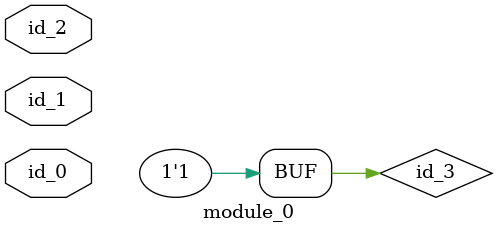
<source format=v>
module module_0 (
    input id_0,
    input id_1,
    input id_2
);
  assign id_3 = 1;
endmodule

</source>
